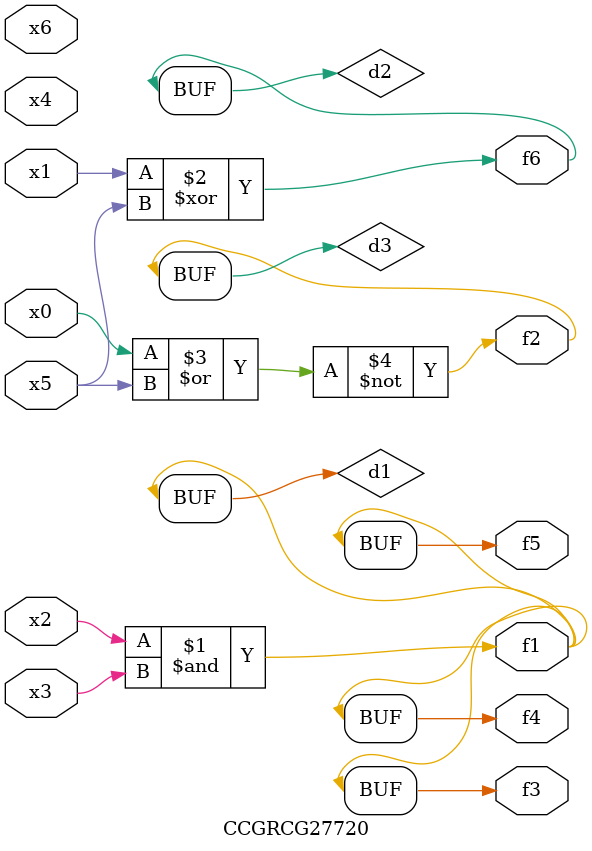
<source format=v>
module CCGRCG27720(
	input x0, x1, x2, x3, x4, x5, x6,
	output f1, f2, f3, f4, f5, f6
);

	wire d1, d2, d3;

	and (d1, x2, x3);
	xor (d2, x1, x5);
	nor (d3, x0, x5);
	assign f1 = d1;
	assign f2 = d3;
	assign f3 = d1;
	assign f4 = d1;
	assign f5 = d1;
	assign f6 = d2;
endmodule

</source>
